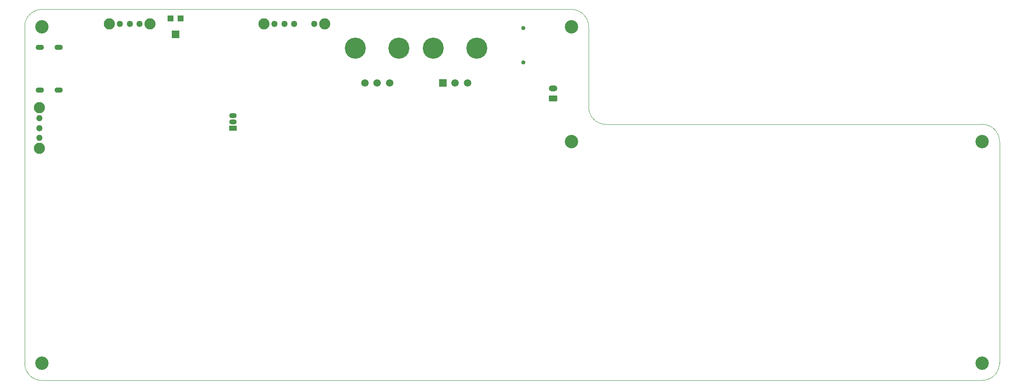
<source format=gbr>
%TF.GenerationSoftware,KiCad,Pcbnew,(6.0.7)*%
%TF.CreationDate,2023-07-28T14:32:25-04:00*%
%TF.ProjectId,Stylophone,5374796c-6f70-4686-9f6e-652e6b696361,rev?*%
%TF.SameCoordinates,Original*%
%TF.FileFunction,Soldermask,Bot*%
%TF.FilePolarity,Negative*%
%FSLAX46Y46*%
G04 Gerber Fmt 4.6, Leading zero omitted, Abs format (unit mm)*
G04 Created by KiCad (PCBNEW (6.0.7)) date 2023-07-28 14:32:25*
%MOMM*%
%LPD*%
G01*
G04 APERTURE LIST*
G04 Aperture macros list*
%AMRoundRect*
0 Rectangle with rounded corners*
0 $1 Rounding radius*
0 $2 $3 $4 $5 $6 $7 $8 $9 X,Y pos of 4 corners*
0 Add a 4 corners polygon primitive as box body*
4,1,4,$2,$3,$4,$5,$6,$7,$8,$9,$2,$3,0*
0 Add four circle primitives for the rounded corners*
1,1,$1+$1,$2,$3*
1,1,$1+$1,$4,$5*
1,1,$1+$1,$6,$7*
1,1,$1+$1,$8,$9*
0 Add four rect primitives between the rounded corners*
20,1,$1+$1,$2,$3,$4,$5,0*
20,1,$1+$1,$4,$5,$6,$7,0*
20,1,$1+$1,$6,$7,$8,$9,0*
20,1,$1+$1,$8,$9,$2,$3,0*%
G04 Aperture macros list end*
%TA.AperFunction,Profile*%
%ADD10C,0.100000*%
%TD*%
%ADD11C,2.250000*%
%ADD12C,1.300000*%
%ADD13C,2.700000*%
%ADD14C,0.850000*%
%ADD15C,1.500000*%
%ADD16C,4.260000*%
%ADD17R,1.500000X1.500000*%
%ADD18R,1.500000X1.050000*%
%ADD19O,1.500000X1.050000*%
%ADD20RoundRect,0.250000X0.625000X-0.350000X0.625000X0.350000X-0.625000X0.350000X-0.625000X-0.350000X0*%
%ADD21O,1.750000X1.200000*%
%ADD22O,1.700000X1.100000*%
%ADD23R,1.200000X1.200000*%
%ADD24R,1.600000X1.500000*%
G04 APERTURE END LIST*
D10*
X26000000Y-85500000D02*
X132974874Y-85500000D01*
X26000000Y-85500000D02*
G75*
G03*
X22500000Y-89000000I0J-3500000D01*
G01*
X216000000Y-160480000D02*
X26000000Y-160500000D01*
X216000000Y-108720000D02*
X139974874Y-108740000D01*
X216000000Y-160480000D02*
G75*
G03*
X219500000Y-156980000I0J3500000D01*
G01*
X136474900Y-105240000D02*
G75*
G03*
X139974874Y-108740000I3500000J0D01*
G01*
X22500000Y-157000000D02*
G75*
G03*
X26000000Y-160500000I3500000J0D01*
G01*
X136474874Y-89000000D02*
X136474874Y-105240000D01*
X219500000Y-112220000D02*
G75*
G03*
X216000000Y-108720000I-3500000J0D01*
G01*
X22500000Y-89000000D02*
X22500000Y-157000000D01*
X136474900Y-89000000D02*
G75*
G03*
X132974874Y-85500000I-3500000J0D01*
G01*
X219500000Y-156980000D02*
X219500000Y-112220000D01*
D11*
%TO.C,SW2*%
X39650000Y-88396360D03*
X47850000Y-88396360D03*
D12*
X41750000Y-88396360D03*
X43750000Y-88396360D03*
X45750000Y-88396360D03*
%TD*%
D13*
%TO.C,H3*%
X216000000Y-156980000D03*
%TD*%
D14*
%TO.C,J28*%
X123250000Y-96250000D03*
X123250000Y-89250000D03*
%TD*%
D13*
%TO.C,H2*%
X26000000Y-157000000D03*
%TD*%
D15*
%TO.C,VR1*%
X91250000Y-100375000D03*
X93750000Y-100375000D03*
X96250000Y-100375000D03*
D16*
X89350000Y-93375000D03*
X98150000Y-93375000D03*
%TD*%
D13*
%TO.C,H4*%
X216000000Y-112220000D03*
%TD*%
%TO.C,H6*%
X132974874Y-89000000D03*
%TD*%
D11*
%TO.C,SW1*%
X25500000Y-113600000D03*
X25500000Y-105400000D03*
D12*
X25500000Y-111500000D03*
X25500000Y-109500000D03*
X25500000Y-107500000D03*
%TD*%
D17*
%TO.C,VR2*%
X107000000Y-100375000D03*
D15*
X109500000Y-100375000D03*
X112000000Y-100375000D03*
D16*
X105100000Y-93375000D03*
X113900000Y-93375000D03*
%TD*%
D18*
%TO.C,Q1*%
X64570000Y-109520000D03*
D19*
X64570000Y-108250000D03*
X64570000Y-106980000D03*
%TD*%
D11*
%TO.C,SW3*%
X70900000Y-88396360D03*
X83100000Y-88396360D03*
D12*
X73000000Y-88396360D03*
X75000000Y-88396360D03*
X77000000Y-88396360D03*
X81000000Y-88396360D03*
%TD*%
D20*
%TO.C,J27*%
X129274874Y-103500000D03*
D21*
X129274874Y-101500000D03*
%TD*%
D13*
%TO.C,H5*%
X132974874Y-112220000D03*
%TD*%
%TO.C,H1*%
X26000000Y-89000000D03*
%TD*%
D22*
%TO.C,J1*%
X25600000Y-93180000D03*
X29400000Y-101820000D03*
X25600000Y-101820000D03*
X29400000Y-93180000D03*
%TD*%
D23*
%TO.C,RV1*%
X52000000Y-87300000D03*
D24*
X53000000Y-90550000D03*
D23*
X54000000Y-87300000D03*
%TD*%
M02*

</source>
